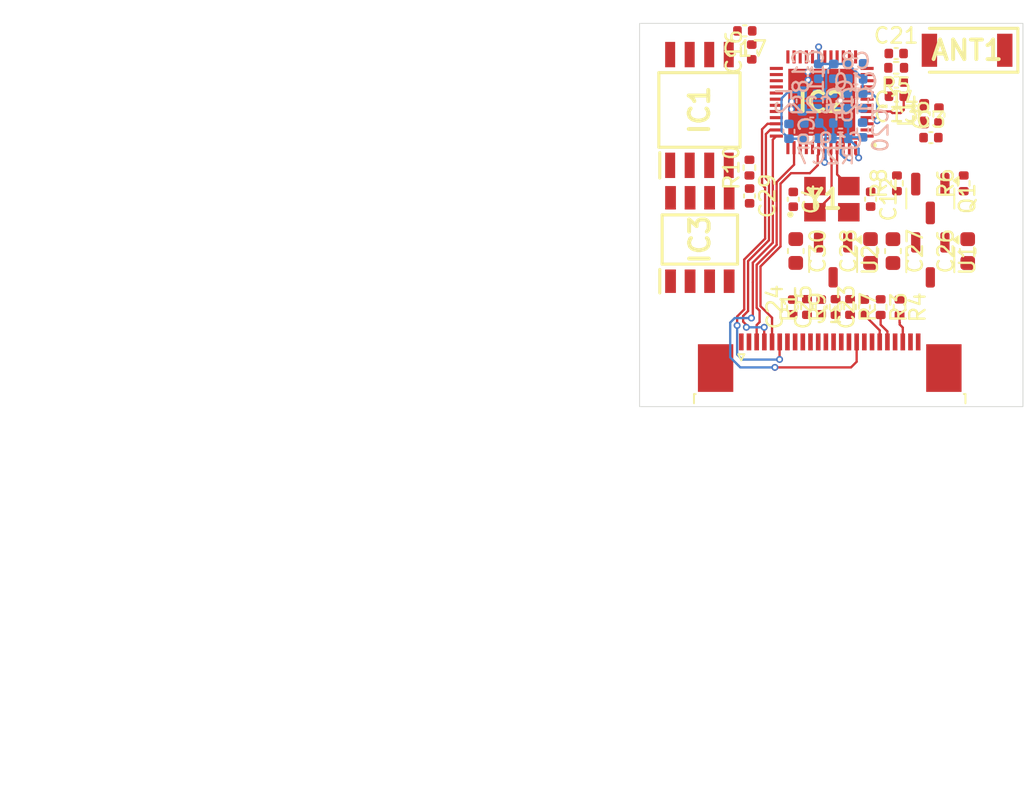
<source format=kicad_pcb>
(kicad_pcb (version 20240108) (generator "pcbnew") (generator_version "8.0")
  (layers (0 "F.Cu" signal) (31 "B.Cu" signal) (34 "B.Paste" user) (35 "F.Paste" user) (36 "B.SilkS" user "B.Silkscreen") (37 "F.SilkS" user "F.Silkscreen") (38 "B.Mask" user) (39 "F.Mask" user) (44 "Edge.Cuts" user))
  (net 0 "")
  (net 1 "/SDIO_D1")
  (net 2 "/IO2")
  (net 3 "/CSI_MCLK")
  (net 4 "/CAP2")
  (net 5 "+3.3V")
  (net 6 "/CSI_D0")
  (net 7 "/CSI_PCLK")
  (net 8 "/SDIO_D3")
  (net 9 "/CSI_D4")
  (net 10 "/IO14")
  (net 11 "/Sensor_CAPP")
  (net 12 "/XTAL_P")
  (net 13 "+3.3VADC")
  (net 14 "/CAM_PWR")
  (net 15 "/CSI_HSYNC")
  (net 16 "/XTAL_N")
  (net 17 "/IO4")
  (net 18 "/CSI_D1")
  (net 19 "/CSI_D3")
  (net 20 "/CSI_D7")
  (net 21 "/CSI_D2")
  (net 22 "/RST")
  (net 23 "/IO12")
  (net 24 "/SDIO_CMD")
  (net 25 "/U0RXD")
  (net 26 "/CSI_D5")
  (net 27 "/U0TXD")
  (net 28 "/SDIO_D0")
  (net 29 "/CSI_D6")
  (net 30 "/IO15")
  (net 31 "/SDIO_D2")
  (net 32 "/IO13")
  (net 33 "GND")
  (net 34 "/LNA_IN")
  (net 35 "VDD_SDIO")
  (net 36 "/Sensor_CAPN")
  (net 37 "/SDIO_CLK")
  (net 38 "/CAP1")
  (net 39 "/CSI_VSYNC")
  (net 40 "CAM_3.3V")
  (net 41 "CSI-1.8V")
  (net 42 "/CAM_RST")
  (net 43 "/PSRAM_CS")
  (net 44 "/TWI_SCL")
  (net 45 "/PSRAM_CLK")
  (net 46 "/LED")
  (net 47 "/TWI_SDA")
  (net 48 "CSI_2.8V")
  (net 49 "Net-(Q1-G)")
  (net 52 "Net-(J1-Pin_17)")
  (net 54 "Net-(ANT1-FEED)")
  (footprint "Package_TO_SOT_SMD:SOT-23-3" (layer "F.Cu") (at 37.49 79.1725 -90)
    (property "Reference" "U2" (at 0 -2.4 90) (layer "F.SilkS"))
    (property "Value" "XC6206P122MR")
    (pad "1" smd roundrect (at -1.1375 -0.95 270) (size 1.325 0.6) (layers "F.Cu" "F.Paste" "F.Mask") (net 33 "GND"))
    (pad "2" smd roundrect (at -1.1375 0.95 270) (size 1.325 0.6) (layers "F.Cu" "F.Paste" "F.Mask") (net 41 "CSI-1.8V"))
    (pad "3" smd roundrect (at 1.1375 0 270) (size 1.325 0.6) (layers "F.Cu" "F.Paste" "F.Mask") (net 40 "CAM_3.3V"))
  )
  (footprint "Capacitor_SMD:C_0402_1005Metric" (layer "F.Cu") (at 32.2 65.66 90)
    (property "Reference" "C16" (at 0 -1.16 90) (layer "F.SilkS"))
    (property "Value" "0.1uF")
    (pad "1" smd roundrect (at -0.48 0 90) (size 0.56 0.62) (layers "F.Cu" "F.Paste" "F.Mask") (net 33 "GND"))
    (pad "2" smd roundrect (at 0.48 0 90) (size 0.56 0.62) (layers "F.Cu" "F.Paste" "F.Mask") (net 35 "VDD_SDIO"))
  )
  (footprint "Connector_FFC-FPC:TE_2-1734839-4_1x24-1MP_P0.5mm_Horizontal" (layer "F.Cu") (at 37.27 85.86)
    (property "Reference" "J1" (at 0 -3.1 0) (layer "F.SilkS"))
    (property "Value" "OV2640")
    (pad "1" smd rect (at -5.75 -1.35) (size 0.3 1.1) (layers "F.Cu" "F.Paste" "F.Mask"))
    (pad "2" smd rect (at -5.25 -1.35) (size 0.3 1.1) (layers "F.Cu" "F.Paste" "F.Mask"))
    (pad "3" smd rect (at -4.75 -1.35) (size 0.3 1.1) (layers "F.Cu" "F.Paste" "F.Mask") (net 21 "/CSI_D2"))
    (pad "4" smd rect (at -4.25 -1.35) (size 0.3 1.1) (layers "F.Cu" "F.Paste" "F.Mask") (net 18 "/CSI_D1"))
    (pad "5" smd rect (at -3.75 -1.35) (size 0.3 1.1) (layers "F.Cu" "F.Paste" "F.Mask") (net 19 "/CSI_D3"))
    (pad "6" smd rect (at -3.25 -1.35) (size 0.3 1.1) (layers "F.Cu" "F.Paste" "F.Mask") (net 6 "/CSI_D0"))
    (pad "7" smd rect (at -2.75 -1.35) (size 0.3 1.1) (layers "F.Cu" "F.Paste" "F.Mask") (net 9 "/CSI_D4"))
    (pad "8" smd rect (at -2.25 -1.35) (size 0.3 1.1) (layers "F.Cu" "F.Paste" "F.Mask") (net 7 "/CSI_PCLK"))
    (pad "9" smd rect (at -1.75 -1.35) (size 0.3 1.1) (layers "F.Cu" "F.Paste" "F.Mask") (net 26 "/CSI_D5"))
    (pad "10" smd rect (at -1.25 -1.35) (size 0.3 1.1) (layers "F.Cu" "F.Paste" "F.Mask") (net 33 "GND"))
    (pad "11" smd rect (at -0.75 -1.35) (size 0.3 1.1) (layers "F.Cu" "F.Paste" "F.Mask") (net 29 "/CSI_D6"))
    (pad "12" smd rect (at -0.25 -1.35) (size 0.3 1.1) (layers "F.Cu" "F.Paste" "F.Mask") (net 3 "/CSI_MCLK"))
    (pad "13" smd rect (at 0.25 -1.35) (size 0.3 1.1) (layers "F.Cu" "F.Paste" "F.Mask") (net 20 "/CSI_D7"))
    (pad "14" smd rect (at 0.75 -1.35) (size 0.3 1.1) (layers "F.Cu" "F.Paste" "F.Mask") (net 5 "+3.3V"))
    (pad "15" smd rect (at 1.25 -1.35) (size 0.3 1.1) (layers "F.Cu" "F.Paste" "F.Mask") (net 41 "CSI-1.8V"))
    (pad "16" smd rect (at 1.75 -1.35) (size 0.3 1.1) (layers "F.Cu" "F.Paste" "F.Mask") (net 15 "/CSI_HSYNC"))
    (pad "17" smd rect (at 2.25 -1.35) (size 0.3 1.1) (layers "F.Cu" "F.Paste" "F.Mask") (net 52 "Net-(J1-Pin_17)"))
    (pad "18" smd rect (at 2.75 -1.35) (size 0.3 1.1) (layers "F.Cu" "F.Paste" "F.Mask") (net 39 "/CSI_VSYNC"))
    (pad "19" smd rect (at 3.25 -1.35) (size 0.3 1.1) (layers "F.Cu" "F.Paste" "F.Mask") (net 42 "/CAM_RST"))
    (pad "20" smd rect (at 3.75 -1.35) (size 0.3 1.1) (layers "F.Cu" "F.Paste" "F.Mask") (net 44 "/TWI_SCL"))
    (pad "21" smd rect (at 4.25 -1.35) (size 0.3 1.1) (layers "F.Cu" "F.Paste" "F.Mask") (net 48 "CSI_2.8V"))
    (pad "22" smd rect (at 4.75 -1.35) (size 0.3 1.1) (layers "F.Cu" "F.Paste" "F.Mask") (net 47 "/TWI_SDA"))
    (pad "23" smd rect (at 5.25 -1.35) (size 0.3 1.1) (layers "F.Cu" "F.Paste" "F.Mask") (net 33 "GND"))
    (pad "24" smd rect (at 5.75 -1.35) (size 0.3 1.1) (layers "F.Cu" "F.Paste" "F.Mask"))
    (pad "MP" smd rect (at -7.42 0.35) (size 2.3 3.1) (layers "F.Cu" "F.Paste" "F.Mask"))
    (pad "MP" smd rect (at 7.42 0.35) (size 2.3 3.1) (layers "F.Cu" "F.Paste" "F.Mask"))
  )
  (footprint "Capacitor_SMD:C_0402_1005Metric" (layer "F.Cu") (at 39.52 82.24 90)
    (property "Reference" "C23" (at 0 -1.16 90) (layer "F.SilkS"))
    (property "Value" "0.1uF")
    (pad "1" smd roundrect (at -0.48 0 90) (size 0.56 0.62) (layers "F.Cu" "F.Paste" "F.Mask") (net 42 "/CAM_RST"))
    (pad "2" smd roundrect (at 0.48 0 90) (size 0.56 0.62) (layers "F.Cu" "F.Paste" "F.Mask") (net 33 "GND"))
  )
  (footprint "Resistor_SMD:R_0402_1005Metric" (layer "F.Cu") (at 40.58 82.25 -90)
    (property "Reference" "R3" (at 0 -1.17 90) (layer "F.SilkS"))
    (property "Value" "4K7")
    (pad "1" smd roundrect (at -0.51 0 270) (size 0.54 0.64) (layers "F.Cu" "F.Paste" "F.Mask") (net 5 "+3.3V"))
    (pad "2" smd roundrect (at 0.51 0 270) (size 0.54 0.64) (layers "F.Cu" "F.Paste" "F.Mask") (net 44 "/TWI_SCL"))
  )
  (footprint "Capacitor_SMD:C_0402_1005Metric" (layer "F.Cu") (at 43.85 71.2275)
    (property "Reference" "C3" (at 0 -1.16 0) (layer "F.SilkS"))
    (property "Value" "3.9pF")
    (pad "1" smd roundrect (at -0.48 0) (size 0.56 0.62) (layers "F.Cu" "F.Paste" "F.Mask") (net 34 "/LNA_IN"))
    (pad "2" smd roundrect (at 0.48 0) (size 0.56 0.62) (layers "F.Cu" "F.Paste" "F.Mask") (net 54 "Net-(ANT1-FEED)"))
  )
  (footprint "SamacSys_Parts:YSX321SL" (layer "F.Cu") (at 37.41 75.23)
    (property "Reference" "Y1" (at -0.5 0 0) (layer "F.SilkS") (effects (font (size 1.27 1.27) (thickness 0.254))))
    (property "Value" "YSX321SL_40Mhz" (hide yes))
    (pad "1" smd rect (at -1.1 0.85 90) (size 1.2 1.4) (layers "F.Cu" "F.Paste" "F.Mask") (net 16 "/XTAL_N"))
    (pad "2" smd rect (at 1.1 0.85 90) (size 1.2 1.4) (layers "F.Cu" "F.Paste" "F.Mask") (net 33 "GND"))
    (pad "3" smd rect (at 1.1 -0.85 90) (size 1.2 1.4) (layers "F.Cu" "F.Paste" "F.Mask") (net 12 "/XTAL_P"))
    (pad "4" smd rect (at -1.1 -0.85 90) (size 1.2 1.4) (layers "F.Cu" "F.Paste" "F.Mask") (net 33 "GND"))
  )
  (footprint "Resistor_SMD:R_0402_1005Metric" (layer "F.Cu") (at 41.64 74.2 90)
    (property "Reference" "R8" (at 0 -1.17 90) (layer "F.SilkS"))
    (property "Value" "10K")
    (pad "1" smd roundrect (at -0.51 0 90) (size 0.54 0.64) (layers "F.Cu" "F.Paste" "F.Mask") (net 49 "Net-(Q1-G)"))
    (pad "2" smd roundrect (at 0.51 0 90) (size 0.54 0.64) (layers "F.Cu" "F.Paste" "F.Mask") (net 5 "+3.3V"))
  )
  (footprint "Inductor_SMD:L_0402_1005Metric_Pad0.77x0.64mm_HandSolder" (layer "F.Cu") (at 43.41 69.67 90)
    (property "Reference" "L1" (at 0 -1.17 90) (layer "F.SilkS"))
    (property "Value" "2.7nH")
    (pad "1" smd roundrect (at -0.5725 0 90) (size 0.765 0.64) (layers "F.Cu" "F.Paste" "F.Mask") (net 34 "/LNA_IN"))
    (pad "2" smd roundrect (at 0.5725 0 90) (size 0.765 0.64) (layers "F.Cu" "F.Paste" "F.Mask") (net 33 "GND"))
  )
  (footprint "Capacitor_SMD:C_0402_1005Metric" (layer "F.Cu") (at 36.72 82.24 90)
    (property "Reference" "C25" (at 0 -1.16 90) (layer "F.SilkS"))
    (property "Value" "0.1uF")
    (pad "1" smd roundrect (at -0.48 0 90) (size 0.56 0.62) (layers "F.Cu" "F.Paste" "F.Mask") (net 5 "+3.3V"))
    (pad "2" smd roundrect (at 0.48 0 90) (size 0.56 0.62) (layers "F.Cu" "F.Paste" "F.Mask") (net 33 "GND"))
  )
  (footprint "Capacitor_SMD:C_0603_1608Metric" (layer "F.Cu") (at 39.92 78.6 90)
    (property "Reference" "C28" (at 0 -1.43 90) (layer "F.SilkS"))
    (property "Value" "1uF")
    (pad "1" smd roundrect (at -0.775 0 90) (size 0.9 0.95) (layers "F.Cu" "F.Paste" "F.Mask") (net 40 "CAM_3.3V"))
    (pad "2" smd roundrect (at 0.775 0 90) (size 0.9 0.95) (layers "F.Cu" "F.Paste" "F.Mask") (net 33 "GND"))
  )
  (footprint "Resistor_SMD:R_0402_1005Metric" (layer "F.Cu") (at 38.59 82.24 -90)
    (property "Reference" "R7" (at 0 -1.17 90) (layer "F.SilkS"))
    (property "Value" "4K7")
    (pad "1" smd roundrect (at -0.51 0 270) (size 0.54 0.64) (layers "F.Cu" "F.Paste" "F.Mask") (net 5 "+3.3V"))
    (pad "2" smd roundrect (at 0.51 0 270) (size 0.54 0.64) (layers "F.Cu" "F.Paste" "F.Mask") (net 42 "/CAM_RST"))
  )
  (footprint "Resistor_SMD:R_0402_1005Metric" (layer "F.Cu") (at 41.81 82.26 -90)
    (property "Reference" "R4" (at 0 -1.17 90) (layer "F.SilkS"))
    (property "Value" "4K7")
    (pad "1" smd roundrect (at -0.51 0 270) (size 0.54 0.64) (layers "F.Cu" "F.Paste" "F.Mask") (net 5 "+3.3V"))
    (pad "2" smd roundrect (at 0.51 0 270) (size 0.54 0.64) (layers "F.Cu" "F.Paste" "F.Mask") (net 47 "/TWI_SDA"))
  )
  (footprint "Capacitor_SMD:C_0603_1608Metric" (layer "F.Cu") (at 46.24 78.605 90)
    (property "Reference" "C26" (at 0 -1.43 90) (layer "F.SilkS"))
    (property "Value" "1uF")
    (pad "1" smd roundrect (at -0.775 0 90) (size 0.9 0.95) (layers "F.Cu" "F.Paste" "F.Mask") (net 40 "CAM_3.3V"))
    (pad "2" smd roundrect (at 0.775 0 90) (size 0.9 0.95) (layers "F.Cu" "F.Paste" "F.Mask") (net 33 "GND"))
  )
  (footprint "Resistor_SMD:R_0402_1005Metric" (layer "F.Cu") (at 35.79 82.24 90)
    (property "Reference" "R1" (at 0 -1.17 90) (layer "F.SilkS"))
    (property "Value" "10K")
    (pad "1" smd roundrect (at -0.51 0 90) (size 0.54 0.64) (layers "F.Cu" "F.Paste" "F.Mask") (net 3 "/CSI_MCLK"))
    (pad "2" smd roundrect (at 0.51 0 90) (size 0.54 0.64) (layers "F.Cu" "F.Paste" "F.Mask") (net 5 "+3.3V"))
  )
  (footprint "Capacitor_SMD:C_0603_1608Metric" (layer "F.Cu") (at 35.06 78.6 -90)
    (property "Reference" "C30" (at 0 -1.43 90) (layer "F.SilkS"))
    (property "Value" "1uF")
    (pad "1" smd roundrect (at -0.775 0 270) (size 0.9 0.95) (layers "F.Cu" "F.Paste" "F.Mask") (net 41 "CSI-1.8V"))
    (pad "2" smd roundrect (at 0.775 0 270) (size 0.9 0.95) (layers "F.Cu" "F.Paste" "F.Mask") (net 33 "GND"))
  )
  (footprint "Capacitor_SMD:C_0402_1005Metric" (layer "F.Cu") (at 44.37 69.76 90)
    (property "Reference" "C6" (at 0 -1.16 90) (layer "F.SilkS"))
    (property "Value" "2.4pF")
    (pad "1" smd roundrect (at -0.48 0 90) (size 0.56 0.62) (layers "F.Cu" "F.Paste" "F.Mask") (net 54 "Net-(ANT1-FEED)"))
    (pad "2" smd roundrect (at 0.48 0 90) (size 0.56 0.62) (layers "F.Cu" "F.Paste" "F.Mask") (net 33 "GND"))
  )
  (footprint "SamacSys_Parts:SOIC127P600X175-8N" (layer "F.Cu") (at 28.825 77.852 90)
    (property "Reference" "IC3" (at 0 0 90) (layer "F.SilkS") (effects (font (size 1.27 1.27) (thickness 0.254))))
    (property "Value" "IPS6404L-SQ-SPN" (hide yes))
    (pad "1" smd rect (at -2.712 -1.905 180) (size 0.7 1.525) (layers "F.Cu" "F.Paste" "F.Mask") (net 45 "/PSRAM_CLK"))
    (pad "2" smd rect (at -2.712 -0.635 180) (size 0.7 1.525) (layers "F.Cu" "F.Paste" "F.Mask") (net 28 "/SDIO_D0"))
    (pad "3" smd rect (at -2.712 0.635 180) (size 0.7 1.525) (layers "F.Cu" "F.Paste" "F.Mask") (net 8 "/SDIO_D3"))
    (pad "4" smd rect (at -2.712 1.905 180) (size 0.7 1.525) (layers "F.Cu" "F.Paste" "F.Mask") (net 33 "GND"))
    (pad "5" smd rect (at 2.712 1.905 180) (size 0.7 1.525) (layers "F.Cu" "F.Paste" "F.Mask") (net 1 "/SDIO_D1"))
    (pad "6" smd rect (at 2.712 0.635 180) (size 0.7 1.525) (layers "F.Cu" "F.Paste" "F.Mask") (net 45 "/PSRAM_CLK"))
    (pad "7" smd rect (at 2.712 -0.635 180) (size 0.7 1.525) (layers "F.Cu" "F.Paste" "F.Mask") (net 31 "/SDIO_D2"))
    (pad "8" smd rect (at 2.712 -1.905 180) (size 0.7 1.525) (layers "F.Cu" "F.Paste" "F.Mask") (net 5 "+3.3V"))
  )
  (footprint "Resistor_SMD:R_0402_1005Metric" (layer "F.Cu") (at 41.59 66.69 180)
    (property "Reference" "R5" (at 0 -1.17 0) (layer "F.SilkS"))
    (property "Value" "10K")
    (pad "1" smd roundrect (at -0.51 0 180) (size 0.54 0.64) (layers "F.Cu" "F.Paste" "F.Mask") (net 5 "+3.3V"))
    (pad "2" smd roundrect (at 0.51 0 180) (size 0.54 0.64) (layers "F.Cu" "F.Paste" "F.Mask") (net 22 "/RST"))
  )
  (footprint "Resistor_SMD:R_0402_1005Metric" (layer "F.Cu") (at 32.05 73.18 90)
    (property "Reference" "R10" (at 0 -1.17 90) (layer "F.SilkS"))
    (property "Value" "10K")
    (pad "1" smd roundrect (at -0.51 0 90) (size 0.54 0.64) (layers "F.Cu" "F.Paste" "F.Mask") (net 5 "+3.3V"))
    (pad "2" smd roundrect (at 0.51 0 90) (size 0.54 0.64) (layers "F.Cu" "F.Paste" "F.Mask") (net 45 "/PSRAM_CLK"))
  )
  (footprint "Capacitor_SMD:C_0402_1005Metric" (layer "F.Cu") (at 32.06 75.02 -90)
    (property "Reference" "C29" (at 0 -1.16 90) (layer "F.SilkS"))
    (property "Value" "0.1uF")
    (pad "1" smd roundrect (at -0.48 0 270) (size 0.56 0.62) (layers "F.Cu" "F.Paste" "F.Mask") (net 5 "+3.3V"))
    (pad "2" smd roundrect (at 0.48 0 270) (size 0.56 0.62) (layers "F.Cu" "F.Paste" "F.Mask") (net 33 "GND"))
  )
  (footprint "Package_TO_SOT_SMD:SOT-23" (layer "F.Cu") (at 43.81 75.1875 -90)
    (property "Reference" "Q1" (at 0 -2.4 90) (layer "F.SilkS"))
    (property "Value" "AO3401A")
    (pad "1" smd roundrect (at -0.9375 -0.95 270) (size 1.475 0.6) (layers "F.Cu" "F.Paste" "F.Mask") (net 49 "Net-(Q1-G)"))
    (pad "2" smd roundrect (at -0.9375 0.95 270) (size 1.475 0.6) (layers "F.Cu" "F.Paste" "F.Mask") (net 5 "+3.3V"))
    (pad "3" smd roundrect (at 0.9375 0 270) (size 1.475 0.6) (layers "F.Cu" "F.Paste" "F.Mask") (net 40 "CAM_3.3V"))
  )
  (footprint "Capacitor_SMD:C_0402_1005Metric" (layer "F.Cu") (at 41.6 67.62 180)
    (property "Reference" "C14" (at 0 -1.16 0) (layer "F.SilkS"))
    (property "Value" "270pF")
    (pad "1" smd roundrect (at -0.48 0 180) (size 0.56 0.62) (layers "F.Cu" "F.Paste" "F.Mask") (net 36 "/Sensor_CAPN"))
    (pad "2" smd roundrect (at 0.48 0 180) (size 0.56 0.62) (layers "F.Cu" "F.Paste" "F.Mask") (net 26 "/CSI_D5"))
  )
  (footprint "Package_TO_SOT_SMD:SOT-23-3" (layer "F.Cu") (at 43.81 79.1775 -90)
    (property "Reference" "U1" (at 0 -2.4 90) (layer "F.SilkS"))
    (property "Value" "XC6206P282MR")
    (pad "1" smd roundrect (at -1.1375 -0.95 270) (size 1.325 0.6) (layers "F.Cu" "F.Paste" "F.Mask") (net 33 "GND"))
    (pad "2" smd roundrect (at -1.1375 0.95 270) (size 1.325 0.6) (layers "F.Cu" "F.Paste" "F.Mask") (net 41 "CSI-1.8V"))
    (pad "3" smd roundrect (at 1.1375 0 270) (size 1.325 0.6) (layers "F.Cu" "F.Paste" "F.Mask") (net 40 "CAM_3.3V"))
  )
  (footprint "Capacitor_SMD:C_0402_1005Metric" (layer "F.Cu") (at 39.93 75.23 -90)
    (property "Reference" "C12" (at 0 -1.16 90) (layer "F.SilkS"))
    (property "Value" "12pF")
    (pad "1" smd roundrect (at -0.48 0 270) (size 0.56 0.62) (layers "F.Cu" "F.Paste" "F.Mask") (net 12 "/XTAL_P"))
    (pad "2" smd roundrect (at 0.48 0 270) (size 0.56 0.62) (layers "F.Cu" "F.Paste" "F.Mask") (net 33 "GND"))
  )
  (footprint "Capacitor_SMD:C_0402_1005Metric" (layer "F.Cu") (at 41.6 68.54 180)
    (property "Reference" "C13" (at 0 -1.16 0) (layer "F.SilkS"))
    (property "Value" "270pF")
    (pad "1" smd roundrect (at -0.48 0 180) (size 0.56 0.62) (layers "F.Cu" "F.Paste" "F.Mask") (net 9 "/CSI_D4"))
    (pad "2" smd roundrect (at 0.48 0 180) (size 0.56 0.62) (layers "F.Cu" "F.Paste" "F.Mask") (net 11 "/Sensor_CAPP"))
  )
  (footprint "SamacSys_Parts:QFN40P600X600X90-49N-D" (layer "F.Cu") (at 36.75 68.93 180)
    (property "Reference" "IC2" (at 0 0 0) (layer "F.SilkS") (effects (font (size 1.27 1.27) (thickness 0.254))))
    (property "Value" "ESP32-D0WD" (hide yes))
    (pad "1" smd rect (at -2.95 -2.2 270) (size 0.2 0.85) (layers "F.Cu" "F.Paste" "F.Mask") (net 13 "+3.3VADC"))
    (pad "2" smd rect (at -2.95 -1.8 270) (size 0.2 0.85) (layers "F.Cu" "F.Paste" "F.Mask") (net 34 "/LNA_IN"))
    (pad "3" smd rect (at -2.95 -1.4 270) (size 0.2 0.85) (layers "F.Cu" "F.Paste" "F.Mask") (net 5 "+3.3V"))
    (pad "4" smd rect (at -2.95 -1 270) (size 0.2 0.85) (layers "F.Cu" "F.Paste" "F.Mask") (net 5 "+3.3V"))
    (pad "5" smd rect (at -2.95 -0.6 270) (size 0.2 0.85) (layers "F.Cu" "F.Paste" "F.Mask") (net 9 "/CSI_D4"))
    (pad "6" smd rect (at -2.95 -0.2 270) (size 0.2 0.85) (layers "F.Cu" "F.Paste" "F.Mask") (net 11 "/Sensor_CAPP"))
    (pad "7" smd rect (at -2.95 0.2 270) (size 0.2 0.85) (layers "F.Cu" "F.Paste" "F.Mask") (net 36 "/Sensor_CAPN"))
    (pad "8" smd rect (at -2.95 0.6 270) (size 0.2 0.85) (layers "F.Cu" "F.Paste" "F.Mask") (net 26 "/CSI_D5"))
    (pad "9" smd rect (at -2.95 1 270) (size 0.2 0.85) (layers "F.Cu" "F.Paste" "F.Mask") (net 22 "/RST"))
    (pad "10" smd rect (at -2.95 1.4 270) (size 0.2 0.85) (layers "F.Cu" "F.Paste" "F.Mask") (net 29 "/CSI_D6"))
    (pad "11" smd rect (at -2.95 1.8 270) (size 0.2 0.85) (layers "F.Cu" "F.Paste" "F.Mask") (net 20 "/CSI_D7"))
    (pad "12" smd rect (at -2.95 2.2 270) (size 0.2 0.85) (layers "F.Cu" "F.Paste" "F.Mask") (net 14 "/CAM_PWR"))
    (pad "13" smd rect (at -2.2 2.95 180) (size 0.2 0.85) (layers "F.Cu" "F.Paste" "F.Mask") (net 46 "/LED"))
    (pad "14" smd rect (at -1.8 2.95 180) (size 0.2 0.85) (layers "F.Cu" "F.Paste" "F.Mask") (net 39 "/CSI_VSYNC"))
    (pad "15" smd rect (at -1.4 2.95 180) (size 0.2 0.85) (layers "F.Cu" "F.Paste" "F.Mask") (net 47 "/TWI_SDA"))
    (pad "16" smd rect (at -1 2.95 180) (size 0.2 0.85) (layers "F.Cu" "F.Paste" "F.Mask") (net 44 "/TWI_SCL"))
    (pad "17" smd rect (at -0.6 2.95 180) (size 0.2 0.85) (layers "F.Cu" "F.Paste" "F.Mask") (net 10 "/IO14"))
    (pad "18" smd rect (at -0.2 2.95 180) (size 0.2 0.85) (layers "F.Cu" "F.Paste" "F.Mask") (net 23 "/IO12"))
    (pad "19" smd rect (at 0.2 2.95 180) (size 0.2 0.85) (layers "F.Cu" "F.Paste" "F.Mask") (net 5 "+3.3V"))
    (pad "20" smd rect (at 0.6 2.95 180) (size 0.2 0.85) (layers "F.Cu" "F.Paste" "F.Mask") (net 32 "/IO13"))
    (pad "21" smd rect (at 1 2.95 180) (size 0.2 0.85) (layers "F.Cu" "F.Paste" "F.Mask") (net 30 "/IO15"))
    (pad "22" smd rect (at 1.4 2.95 180) (size 0.2 0.85) (layers "F.Cu" "F.Paste" "F.Mask") (net 2 "/IO2"))
    (pad "23" smd rect (at 1.8 2.95 180) (size 0.2 0.85) (layers "F.Cu" "F.Paste" "F.Mask") (net 3 "/CSI_MCLK"))
    (pad "24" smd rect (at 2.2 2.95 180) (size 0.2 0.85) (layers "F.Cu" "F.Paste" "F.Mask") (net 17 "/IO4"))
    (pad "25" smd rect (at 2.95 2.2 270) (size 0.2 0.85) (layers "F.Cu" "F.Paste" "F.Mask") (net 43 "/PSRAM_CS"))
    (pad "26" smd rect (at 2.95 1.8 270) (size 0.2 0.85) (layers "F.Cu" "F.Paste" "F.Mask") (net 35 "VDD_SDIO"))
    (pad "27" smd rect (at 2.95 1.4 270) (size 0.2 0.85) (layers "F.Cu" "F.Paste" "F.Mask") (net 45 "/PSRAM_CLK"))
    (pad "28" smd rect (at 2.95 1 270) (size 0.2 0.85) (layers "F.Cu" "F.Paste" "F.Mask") (net 31 "/SDIO_D2"))
    (pad "29" smd rect (at 2.95 0.6 270) (size 0.2 0.85) (layers "F.Cu" "F.Paste" "F.Mask") (net 8 "/SDIO_D3"))
    (pad "30" smd rect (at 2.95 0.2 270) (size 0.2 0.85) (layers "F.Cu" "F.Paste" "F.Mask") (net 24 "/SDIO_CMD"))
    (pad "31" smd rect (at 2.95 -0.2 270) (size 0.2 0.85) (layers "F.Cu" "F.Paste" "F.Mask") (net 37 "/SDIO_CLK"))
    (pad "32" smd rect (at 2.95 -0.6 270) (size 0.2 0.85) (layers "F.Cu" "F.Paste" "F.Mask") (net 28 "/SDIO_D0"))
    (pad "33" smd rect (at 2.95 -1 270) (size 0.2 0.85) (layers "F.Cu" "F.Paste" "F.Mask") (net 1 "/SDIO_D1"))
    (pad "34" smd rect (at 2.95 -1.4 270) (size 0.2 0.85) (layers "F.Cu" "F.Paste" "F.Mask") (net 6 "/CSI_D0"))
    (pad "35" smd rect (at 2.95 -1.8 270) (size 0.2 0.85) (layers "F.Cu" "F.Paste" "F.Mask") (net 18 "/CSI_D1"))
    (pad "36" smd rect (at 2.95 -2.2 270) (size 0.2 0.85) (layers "F.Cu" "F.Paste" "F.Mask") (net 15 "/CSI_HSYNC"))
    (pad "37" smd rect (at 2.2 -2.95 180) (size 0.2 0.85) (layers "F.Cu" "F.Paste" "F.Mask") (net 5 "+3.3V"))
    (pad "38" smd rect (at 1.8 -2.95 180) (size 0.2 0.85) (layers "F.Cu" "F.Paste" "F.Mask") (net 21 "/CSI_D2"))
    (pad "39" smd rect (at 1.4 -2.95 180) (size 0.2 0.85) (layers "F.Cu" "F.Paste" "F.Mask") (net 7 "/CSI_PCLK"))
    (pad "40" smd rect (at 1 -2.95 180) (size 0.2 0.85) (layers "F.Cu" "F.Paste" "F.Mask") (net 25 "/U0RXD"))
    (pad "41" smd rect (at 0.6 -2.95 180) (size 0.2 0.85) (layers "F.Cu" "F.Paste" "F.Mask") (net 27 "/U0TXD"))
    (pad "42" smd rect (at 0.2 -2.95 180) (size 0.2 0.85) (layers "F.Cu" "F.Paste" "F.Mask") (net 19 "/CSI_D3"))
    (pad "43" smd rect (at -0.2 -2.95 180) (size 0.2 0.85) (layers "F.Cu" "F.Paste" "F.Mask") (net 13 "+3.3VADC"))
    (pad "44" smd rect (at -0.6 -2.95 180) (size 0.2 0.85) (layers "F.Cu" "F.Paste" "F.Mask") (net 16 "/XTAL_N"))
    (pad "45" smd rect (at -1 -2.95 180) (size 0.2 0.85) (layers "F.Cu" "F.Paste" "F.Mask") (net 12 "/XTAL_P"))
    (pad "46" smd rect (at -1.4 -2.95 180) (size 0.2 0.85) (layers "F.Cu" "F.Paste" "F.Mask") (net 13 "+3.3VADC"))
    (pad "47" smd rect (at -1.8 -2.95 180) (size 0.2 0.85) (layers "F.Cu" "F.Paste" "F.Mask") (net 4 "/CAP2"))
    (pad "48" smd rect (at -2.2 -2.95 180) (size 0.2 0.85) (layers "F.Cu" "F.Paste" "F.Mask") (net 38 "/CAP1"))
    (pad "49" smd rect (at 0 0 180) (size 4.35 4.35) (layers "F.Cu" "F.Paste" "F.Mask") (net 33 "GND"))
  )
  (footprint "Capacitor_SMD:C_0402_1005Metric" (layer "F.Cu") (at 34.9 75.24 -90)
    (property "Reference" "C4" (at 0 -1.16 90) (layer "F.SilkS"))
    (property "Value" "12pF")
    (pad "1" smd roundrect (at -0.48 0 270) (size 0.56 0.62) (layers "F.Cu" "F.Paste" "F.Mask") (net 33 "GND"))
    (pad "2" smd roundrect (at 0.48 0 270) (size 0.56 0.62) (layers "F.Cu" "F.Paste" "F.Mask") (net 16 "/XTAL_N"))
  )
  (footprint "SamacSys_Parts:ANTC5020X127N" (layer "F.Cu") (at 46.2 65.55 180)
    (property "Reference" "ANT1" (at 0 0 0) (layer "F.SilkS") (effects (font (size 1.27 1.27) (thickness 0.254))))
    (property "Value" "AN2051-245" (hide yes))
    (pad "1" smd rect (at -2.45 0 180) (size 1 2.15) (layers "F.Cu" "F.Paste" "F.Mask") (net 54 "Net-(ANT1-FEED)"))
    (pad "2" smd rect (at 2.45 0 180) (size 1 2.15) (layers "F.Cu" "F.Paste" "F.Mask") (net 33 "GND"))
  )
  (footprint "Resistor_SMD:R_0402_1005Metric" (layer "F.Cu") (at 45.98 74.2 90)
    (property "Reference" "R6" (at 0 -1.17 90) (layer "F.SilkS"))
    (property "Value" "1K")
    (pad "1" smd roundrect (at -0.51 0 90) (size 0.54 0.64) (layers "F.Cu" "F.Paste" "F.Mask") (net 14 "/CAM_PWR"))
    (pad "2" smd roundrect (at 0.51 0 90) (size 0.54 0.64) (layers "F.Cu" "F.Paste" "F.Mask") (net 49 "Net-(Q1-G)"))
  )
  (footprint "Resistor_SMD:R_0402_1005Metric" (layer "F.Cu") (at 37.65 82.24 90)
    (property "Reference" "R9" (at 0 -1.17 90) (layer "F.SilkS"))
    (property "Value" "1K")
    (pad "1" smd roundrect (at -0.51 0 90) (size 0.54 0.64) (layers "F.Cu" "F.Paste" "F.Mask") (net 52 "Net-(J1-Pin_17)"))
    (pad "2" smd roundrect (at 0.51 0 90) (size 0.54 0.64) (layers "F.Cu" "F.Paste" "F.Mask") (net 33 "GND"))
  )
  (footprint "Capacitor_SMD:C_0603_1608Metric" (layer "F.Cu") (at 41.38 78.605 -90)
    (property "Reference" "C27" (at 0 -1.43 90) (layer "F.SilkS"))
    (property "Value" "1uF")
    (pad "1" smd roundrect (at -0.775 0 270) (size 0.9 0.95) (layers "F.Cu" "F.Paste" "F.Mask") (net 41 "CSI-1.8V"))
    (pad "2" smd roundrect (at 0.775 0 270) (size 0.9 0.95) (layers "F.Cu" "F.Paste" "F.Mask") (net 33 "GND"))
  )
  (footprint "SamacSys_Parts:SOIC127P790X216-8N" (layer "F.Cu") (at 28.8 69.43 90)
    (property "Reference" "IC1" (at 0 0 90) (layer "F.SilkS") (effects (font (size 1.27 1.27) (thickness 0.254))))
    (property "Value" "W25Q32JVSSIQ" (hide yes))
    (pad "1" smd rect (at -3.6 -1.905 180) (size 0.65 1.65) (layers "F.Cu" "F.Paste" "F.Mask") (net 24 "/SDIO_CMD"))
    (pad "2" smd rect (at -3.6 -0.635 180) (size 0.65 1.65) (layers "F.Cu" "F.Paste" "F.Mask") (net 28 "/SDIO_D0"))
    (pad "3" smd rect (at -3.6 0.635 180) (size 0.65 1.65) (layers "F.Cu" "F.Paste" "F.Mask") (net 8 "/SDIO_D3"))
    (pad "4" smd rect (at -3.6 1.905 180) (size 0.65 1.65) (layers "F.Cu" "F.Paste" "F.Mask") (net 33 "GND"))
    (pad "5" smd rect (at 3.6 1.905 180) (size 0.65 1.65) (layers "F.Cu" "F.Paste" "F.Mask") (net 1 "/SDIO_D1"))
    (pad "6" smd rect (at 3.6 0.635 180) (size 0.65 1.65) (layers "F.Cu" "F.Paste" "F.Mask") (net 37 "/SDIO_CLK"))
    (pad "7" smd rect (at 3.6 -0.635 180) (size 0.65 1.65) (layers "F.Cu" "F.Paste" "F.Mask") (net 31 "/SDIO_D2"))
    (pad "8" smd rect (at 3.6 -1.905 180) (size 0.65 1.65) (layers "F.Cu" "F.Paste" "F.Mask") (net 35 "VDD_SDIO"))
  )
  (footprint "Capacitor_SMD:C_0402_1005Metric" (layer "F.Cu") (at 34.86 82.24 90)
    (property "Reference" "C24" (at 0 -1.16 90) (layer "F.SilkS"))
    (property "Value" "15pF")
    (pad "1" smd roundrect (at -0.48 0 90) (size 0.56 0.62) (layers "F.Cu" "F.Paste" "F.Mask") (net 7 "/CSI_PCLK"))
    (pad "2" smd roundrect (at 0.48 0 90) (size 0.56 0.62) (layers "F.Cu" "F.Paste" "F.Mask") (net 33 "GND"))
  )
  (footprint "Capacitor_SMD:C_0402_1005Metric" (layer "F.Cu") (at 41.59 65.76)
    (property "Reference" "C21" (at 0 -1.16 0) (layer "F.SilkS"))
    (property "Value" "0.1uF")
    (pad "1" smd roundrect (at -0.48 0) (size 0.56 0.62) (layers "F.Cu" "F.Paste" "F.Mask") (net 22 "/RST"))
    (pad "2" smd roundrect (at 0.48 0) (size 0.56 0.62) (layers "F.Cu" "F.Paste" "F.Mask") (net 33 "GND"))
  )
  (footprint "Capacitor_SMD:C_0402_1005Metric" (layer "F.Cu") (at 31.75 64.29 180)
    (property "Reference" "C17" (at 0 -1.16 0) (layer "F.SilkS"))
    (property "Value" "1uF")
    (pad "1" smd roundrect (at -0.48 0 180) (size 0.56 0.62) (layers "F.Cu" "F.Paste" "F.Mask") (net 35 "VDD_SDIO"))
    (pad "2" smd roundrect (at 0.48 0 180) (size 0.56 0.62) (layers "F.Cu" "F.Paste" "F.Mask") (net 33 "GND"))
  )
  (footprint "Capacitor_SMD:C_0402_1005Metric" (layer "B.Cu") (at 39.41 68.84 -90)
    (property "Reference" "C15" (at 0 1.16 90) (layer "B.SilkS") (effects (justify mirror)))
    (property "Value" "1uF")
    (pad "1" smd roundrect (at -0.48 0 270) (size 0.56 0.62) (layers "B.Cu" "B.Paste" "B.Mask") (net 5 "+3.3V"))
    (pad "2" smd roundrect (at 0.48 0 270) (size 0.56 0.62) (layers "B.Cu" "B.Paste" "B.Mask") (net 33 "GND"))
  )
  (footprint "Capacitor_SMD:C_0402_1005Metric" (layer "B.Cu") (at 36.1 70.28 180)
    (property "Reference" "C22" (at 0 1.16 360) (layer "B.SilkS") (effects (justify mirror)))
    (property "Value" "0.1uF")
    (pad "1" smd roundrect (at -0.48 0 180) (size 0.56 0.62) (layers "B.Cu" "B.Paste" "B.Mask") (net 13 "+3.3VADC"))
    (pad "2" smd roundrect (at 0.48 0 180) (size 0.56 0.62) (layers "B.Cu" "B.Paste" "B.Mask") (net 33 "GND"))
  )
  (footprint "Capacitor_SMD:C_0402_1005Metric" (layer "B.Cu") (at 36.55 66.92 -90)
    (property "Reference" "C18" (at 0 1.16 90) (layer "B.SilkS") (effects (justify mirror)))
    (property "Value" "0.1uF")
    (pad "1" smd roundrect (at -0.48 0 270) (size 0.56 0.62) (layers "B.Cu" "B.Paste" "B.Mask") (net 5 "+3.3V"))
    (pad "2" smd roundrect (at 0.48 0 270) (size 0.56 0.62) (layers "B.Cu" "B.Paste" "B.Mask") (net 33 "GND"))
  )
  (footprint "Capacitor_SMD:C_0402_1005Metric" (layer "B.Cu") (at 36.06 71.27)
    (property "Reference" "C7" (at 0 1.16 360) (layer "B.SilkS") (effects (justify mirror)))
    (property "Value" "0.1uF")
    (pad "1" smd roundrect (at -0.48 0) (size 0.56 0.62) (layers "B.Cu" "B.Paste" "B.Mask") (net 5 "+3.3V"))
    (pad "2" smd roundrect (at 0.48 0) (size 0.56 0.62) (layers "B.Cu" "B.Paste" "B.Mask") (net 33 "GND"))
  )
  (footprint "Capacitor_SMD:C_0402_1005Metric" (layer "B.Cu") (at 34.62 70.82 90)
    (property "Reference" "C9" (at 0 1.16 90) (layer "B.SilkS") (effects (justify mirror)))
    (property "Value" "0.1uF")
    (pad "1" smd roundrect (at -0.48 0 90) (size 0.56 0.62) (layers "B.Cu" "B.Paste" "B.Mask") (net 5 "+3.3V"))
    (pad "2" smd roundrect (at 0.48 0 90) (size 0.56 0.62) (layers "B.Cu" "B.Paste" "B.Mask") (net 33 "GND"))
  )
  (footprint "Inductor_SMD:L_0402_1005Metric_Pad0.77x0.64mm_HandSolder" (layer "B.Cu") (at 35.48 68.85 -90)
    (property "Reference" "L2" (at 0 1.17 90) (layer "B.SilkS") (effects (justify mirror)))
    (property "Value" "0R")
    (pad "1" smd roundrect (at -0.5725 0 270) (size 0.765 0.64) (layers "B.Cu" "B.Paste" "B.Mask") (net 5 "+3.3V"))
    (pad "2" smd roundrect (at 0.5725 0 270) (size 0.765 0.64) (layers "B.Cu" "B.Paste" "B.Mask") (net 13 "+3.3VADC"))
  )
  (footprint "Capacitor_SMD:C_0402_1005Metric" (layer "B.Cu") (at 37.53 66.92 -90)
    (property "Reference" "C11" (at 0 1.16 90) (layer "B.SilkS") (effects (justify mirror)))
    (property "Value" "10uF")
    (pad "1" smd roundrect (at -0.48 0 270) (size 0.56 0.62) (layers "B.Cu" "B.Paste" "B.Mask") (net 5 "+3.3V"))
    (pad "2" smd roundrect (at 0.48 0 270) (size 0.56 0.62) (layers "B.Cu" "B.Paste" "B.Mask") (net 33 "GND"))
  )
  (footprint "Capacitor_SMD:C_0402_1005Metric" (layer "B.Cu") (at 38.43 68.84 90)
    (property "Reference" "C1" (at 0 1.16 90) (layer "B.SilkS") (effects (justify mirror)))
    (property "Value" "100pF")
    (pad "1" smd roundrect (at -0.48 0 90) (size 0.56 0.62) (layers "B.Cu" "B.Paste" "B.Mask") (net 13 "+3.3VADC"))
    (pad "2" smd roundrect (at 0.48 0 90) (size 0.56 0.62) (layers "B.Cu" "B.Paste" "B.Mask") (net 33 "GND"))
  )
  (footprint "Capacitor_SMD:C_0402_1005Metric" (layer "B.Cu") (at 39.41 70.73 90)
    (property "Reference" "C20" (at 0 1.16 90) (layer "B.SilkS") (effects (justify mirror)))
    (property "Value" "10nF")
    (pad "1" smd roundrect (at -0.48 0 90) (size 0.56 0.62) (layers "B.Cu" "B.Paste" "B.Mask") (net 38 "/CAP1"))
    (pad "2" smd roundrect (at 0.48 0 90) (size 0.56 0.62) (layers "B.Cu" "B.Paste" "B.Mask") (net 33 "GND"))
  )
  (footprint "Capacitor_SMD:C_0402_1005Metric" (layer "B.Cu") (at 38.96 67.41 180)
    (property "Reference" "C8" (at 0 1.16 0) (layer "B.SilkS") (effects (justify mirror)))
    (property "Value" "0.1uF")
    (pad "1" smd roundrect (at -0.48 0 180) (size 0.56 0.62) (layers "B.Cu" "B.Paste" "B.Mask") (net 5 "+3.3V"))
    (pad "2" smd roundrect (at 0.48 0 180) (size 0.56 0.62) (layers "B.Cu" "B.Paste" "B.Mask") (net 33 "GND"))
  )
  (footprint "Resistor_SMD:R_0402_1005Metric" (layer "B.Cu") (at 37.96 71.27)
    (property "Reference" "R2" (at 0 1.17 0) (layer "B.SilkS") (effects (justify mirror)))
    (property "Value" "20K")
    (pad "1" smd roundrect (at -0.51 0) (size 0.54 0.64) (layers "B.Cu" "B.Paste" "B.Mask") (net 4 "/CAP2"))
    (pad "2" smd roundrect (at 0.51 0) (size 0.54 0.64) (layers "B.Cu" "B.Paste" "B.Mask") (net 38 "/CAP1"))
  )
  (footprint "Capacitor_SMD:C_0402_1005Metric" (layer "B.Cu") (at 38.96 66.43)
    (property "Reference" "C10" (at 0 1.16 0) (layer "B.SilkS") (effects (justify mirror)))
    (property "Value" "10uF")
    (pad "1" smd roundrect (at -0.48 0) (size 0.56 0.62) (layers "B.Cu" "B.Paste" "B.Mask") (net 5 "+3.3V"))
    (pad "2" smd roundrect (at 0.48 0) (size 0.56 0.62) (layers "B.Cu" "B.Paste" "B.Mask") (net 33 "GND"))
  )
  (footprint "Capacitor_SMD:C_0402_1005Metric" (layer "B.Cu") (at 36.47 68.85 90)
    (property "Reference" "C5" (at 0 1.16 90) (layer "B.SilkS") (effects (justify mirror)))
    (property "Value" "1uF")
    (pad "1" smd roundrect (at -0.48 0 90) (size 0.56 0.62) (layers "B.Cu" "B.Paste" "B.Mask") (net 13 "+3.3VADC"))
    (pad "2" smd roundrect (at 0.48 0 90) (size 0.56 0.62) (layers "B.Cu" "B.Paste" "B.Mask") (net 33 "GND"))
  )
  (footprint "Capacitor_SMD:C_0402_1005Metric" (layer "B.Cu") (at 37.98 70.28)
    (property "Reference" "C19" (at 0 1.16 0) (layer "B.SilkS") (effects (justify mirror)))
    (property "Value" "3nF")
    (pad "1" smd roundrect (at -0.48 0) (size 0.56 0.62) (layers "B.Cu" "B.Paste" "B.Mask") (net 4 "/CAP2"))
    (pad "2" smd roundrect (at 0.48 0) (size 0.56 0.62) (layers "B.Cu" "B.Paste" "B.Mask") (net 38 "/CAP1"))
  )
  (footprint "Capacitor_SMD:C_0402_1005Metric" (layer "B.Cu") (at 37.45 68.85 90)
    (property "Reference" "C2" (at 0 1.16 90) (layer "B.SilkS") (effects (justify mirror)))
    (property "Value" "0.1uF")
    (pad "1" smd roundrect (at -0.48 0 90) (size 0.56 0.62) (layers "B.Cu" "B.Paste" "B.Mask") (net 13 "+3.3VADC"))
    (pad "2" smd roundrect (at 0.48 0 90) (size 0.56 0.62) (layers "B.Cu" "B.Paste" "B.Mask") (net 33 "GND"))
  )
  (gr_rect (start 24.91 63.8) (end 49.83 88.72) (stroke (width 0.05)) (fill none) (layer "Edge.Cuts"))
  (segment (start 38.55 71.88) (end 38.55 72.54) (width 0.15) (layer "F.Cu") (net 4))
  (via (at 38.55 72.54) (size 0.45) (drill 0.25) (layers "F.Cu" "B.Cu") (net 4))
  (segment (start 38.55 72.54) (end 38.22 72.54) (width 0.15) (layer "B.Cu") (net 4))
  (segment (start 38.22 72.54) (end 37.99 72.31) (width 0.15) (layer "B.Cu") (net 4))
  (segment (start 37.5 70.28) (end 37.5 71.22) (width 0.15) (layer "B.Cu") (net 4))
  (segment (start 37.99 71.33) (end 37.93 71.27) (width 0.15) (layer "B.Cu") (net 4))
  (segment (start 37.99 72.31) (end 37.99 71.33) (width 0.15) (layer "B.Cu") (net 4))
  (segment (start 37.93 71.27) (end 37.45 71.27) (width 0.15) (layer "B.Cu") (net 4))
  (segment (start 37.5 71.22) (end 37.45 71.27) (width 0.15) (layer "B.Cu") (net 4))
  (segment (start 40.15 69.93) (end 40.35 70.13) (width 0.15) (layer "F.Cu") (net 5))
  (segment (start 39.7 69.93) (end 40.15 69.93) (width 0.15) (layer "F.Cu") (net 5))
  (segment (start 39.7 69.93) (end 39.7 70.33) (width 0.15) (layer "F.Cu") (net 5))
  (segment (start 36.55 65.98) (end 36.55 65.33) (width 0.15) (layer "F.Cu") (net 5))
  (via (at 40.35 70.13) (size 0.45) (drill 0.25) (layers "F.Cu" "B.Cu") (net 5))
  (via (at 36.55 65.33) (size 0.45) (drill 0.25) (layers "F.Cu" "B.Cu") (net 5))
  (segment (start 35.48 68.2775) (end 35.48 68.74) (width 0.15) (layer "B.Cu") (net 5))
  (segment (start 38.48 66.43) (end 38.48 66.45) (width 0.15) (layer "B.Cu") (net 5))
  (segment (start 34.135 68.685) (end 34.5425 68.2775) (width 0.15) (layer "B.Cu") (net 5))
  (segment (start 36.55 66.44) (end 38.47 66.44) (width 0.15) (layer "B.Cu") (net 5))
  (segment (start 37.035321 68.025321) (end 37.035321 66.934679) (width 0.15) (layer "B.Cu") (net 5))
  (segment (start 34.62 71.3) (end 35.55 71.3) (width 0.15) (layer "B.Cu") (net 5))
  (segment (start 34.62 71.3) (end 34.135 70.815) (width 0.15) (layer "B.Cu") (net 5))
  (segment (start 36.78 68.84) (end 36.96 68.66) (width 0.15) (layer "B.Cu") (net 5))
  (segment (start 37.035321 66.934679) (end 37.53 66.44) (width 0.15) (layer "B.Cu") (net 5))
  (segment (start 40.02 68.36) (end 39.41 68.36) (width 0.15) (layer "B.Cu") (net 5))
  (segment (start 35.55 71.3) (end 35.58 71.27) (width 0.15) (layer "B.Cu") (net 5))
  (segment (start 39.41 68.36) (end 39.41 67.44) (width 0.15) (layer "B.Cu") (net 5))
  (segment (start 36.55 65.33) (end 36.55 66.44) (width 0.15) (layer "B.Cu") (net 5))
  (segment (start 34.135 70.815) (end 34.135 68.685) (width 0.15) (layer "B.Cu") (net 5))
  (segment (start 35.58 68.84) (end 36.78 68.84) (width 0.15) (layer "B.Cu") (net 5))
  (segment (start 35.48 68.74) (end 35.58 68.84) (width 0.15) (layer "B.Cu") (net 5))
  (segment (start 40.35 70.13) (end 40.35 68.69) (width 0.15) (layer "B.Cu") (net 5))
  (segment (start 36.96 68.100642) (end 37.035321 68.025321) (width 0.15) (layer "B.Cu") (net 5))
  (segment (start 40.35 68.69) (end 40.02 68.36) (width 0.15) (layer "B.Cu") (net 5))
  (segment (start 39.41 67.44) (end 39.44 67.41) (width 0.15) (layer "B.Cu") (net 5))
  (segment (start 34.5425 68.2775) (end 35.48 68.2775) (width 0.15) (layer "B.Cu") (net 5))
  (segment (start 38.47 66.44) (end 38.48 66.43) (width 0.15) (layer "B.Cu") (net 5))
  (segment (start 36.96 68.66) (end 36.96 68.100642) (width 0.15) (layer "B.Cu") (net 5))
  (segment (start 38.48 66.45) (end 39.44 67.41) (width 0.15) (layer "B.Cu") (net 5))
  (segment (start 31.25 82.86) (end 31.25 83.44) (width 0.15) (layer "F.Cu") (net 6))
  (segment (start 33.8 70.33) (end 33.225 70.33) (width 0.15) (layer "F.Cu") (net 6))
  (segment (start 34.01 85.65) (end 34.01 84.52) (width 0.15) (layer "F.Cu") (net 6))
  (segment (start 32.87 74.29) (end 33.07 74.49) (width 0.15) (layer "F.Cu") (net 6))
  (segment (start 31.71 82.4) (end 31.25 82.86) (width 0.15) (layer "F.Cu") (net 6))
  (segment (start 34.01 84.52) (end 34.02 84.51) (width 0.15) (layer "F.Cu") (net 6))
  (segment (start 32.87 70.685) (end 32.87 74.29) (width 0.15) (layer "F.Cu") (net 6))
  (segment (start 31.71 79.156446) (end 31.71 82.4) (width 0.15) (layer "F.Cu") (net 6))
  (segment (start 33.07 77.796446) (end 31.71 79.156446) (width 0.15) (layer "F.Cu") (net 6))
  (segment (start 33.225 70.33) (end 32.87 70.685) (width 0.15) (layer "F.Cu") (net 6))
  (segment (start 33.07 74.49) (end 33.07 77.796446) (width 0.15) (layer "F.Cu") (net 6))
  (via (at 31.25 83.44) (size 0.45) (drill 0.25) (layers "F.Cu" "B.Cu") (net 6))
  (via (at 34.01 85.65) (size 0.45) (drill 0.25) (layers "F.Cu" "B.Cu") (net 6))
  (segment (start 31.25 83.44) (end 31.25 85.33) (width 0.15) (layer "B.Cu") (net 6))
  (segment (start 31.58 85.66) (end 34 85.66) (width 0.15) (layer "B.Cu") (net 6))
  (segment (start 31.25 85.33) (end 31.58 85.66) (width 0.15) (layer "B.Cu") (net 6))
  (segment (start 34 85.66) (end 34.01 85.65) (width 0.15) (layer "B.Cu") (net 6))
  (segment (start 39.7 69.53) (end 41.24 69.53) (width 0.15) (layer "F.Cu") (net 9))
  (segment (start 41.24 69.53) (end 41.34 69.63) (width 0.15) (layer "F.Cu") (net 9))
  (segment (start 41.88 69.63) (end 42.08 69.43) (width 0.15) (layer "F.Cu") (net 9))
  (segment (start 42.08 69.43) (end 42.08 68.54) (width 0.15) (layer "F.Cu") (net 9))
  (segment (start 41.34 69.63) (end 41.88 69.63) (width 0.15) (layer "F.Cu") (net 9))
  (segment (start 37.75 73.62) (end 38.51 74.38) (width 0.15) (layer "F.Cu") (net 12))
  (segment (start 37.75 71.88) (end 37.75 73.62) (width 0.15) (layer "F.Cu") (net 12))
  (segment (start 39.26 71.13) (end 39.11 71.28) (width 0.15) (layer "F.Cu") (net 13))
  (segment (start 36.975 71.28) (end 38.06 71.28) (width 0.15) (layer "F.Cu") (net 13))
  (segment (start 39.7 71.13) (end 39.26 71.13) (width 0.15) (layer "F.Cu") (net 13))
  (segment (start 39.11 71.28) (end 38.24 71.28) (width 0.15) (layer "F.Cu") (net 13))
  (segment (start 38.24 71.28) (end 38.15 71.37) (width 0.15) (layer "F.Cu") (net 13))
  (segment (start 38.15 71.37) (end 38.15 71.88) (width 0.15) (layer "F.Cu") (net 13))
  (segment (start 36.94 72.84) (end 36.95 72.83) (width 0.15) (layer "F.Cu") (net 13))
  (segment (start 38.06 71.28) (end 38.15 71.37) (width 0.15) (layer "F.Cu") (net 13))
  (segment (start 36.95 72.83) (end 36.95 71.88) (width 0.15) (layer "F.Cu") (net 13))
  (segment (start 36.95 71.305) (end 36.975 71.28) (width 0.15) (layer "F.Cu") (net 13))
  (segment (start 36.95 71.88) (end 36.95 71.305) (width 0.15) (layer "F.Cu") (net 13))
  (via (at 36.94 72.84) (size 0.45) (drill 0.25) (layers "F.Cu" "B.Cu") (net 13))
  (segment (start 36.94 72.84) (end 37.005 72.775) (width 0.15) (layer "B.Cu") (net 13))
  (segment (start 36.47 70.17) (end 36.58 70.28) (width 0.15) (layer "B.Cu") (net 13))
  (segment (start 37.46 69.32) (end 37.45 69.33) (width 0.15) (layer "B.Cu") (net 13))
  (segment (start 35.48 69.4225) (end 36.3775 69.4225) (width 0.15) (layer "B.Cu") (net 13))
  (segment (start 37.005 70.705) (end 36.58 70.28) (width 0.15) (layer "B.Cu") (net 13))
  (segment (start 38.43 69.32) (end 37.46 69.32) (width 0.15) (layer "B.Cu") (net 13))
  (segment (start 36.3775 69.4225) (end 36.47 69.33) (width 0.15) (layer "B.Cu") (net 13))
  (segment (start 37.005 72.775) (end 37.005 70.705) (width 0.15) (layer "B.Cu") (net 13))
  (segment (start 36.47 69.33) (end 37.45 69.33) (width 0.15) (layer "B.Cu") (net 13))
  (segment (start 36.47 69.33) (end 36.47 70.17) (width 0.15) (layer "B.Cu") (net 13))
  (segment (start 33.57 71.36) (end 33.57 74.193554) (width 0.15) (layer "F.Cu") (net 15))
  (segment (start 32.27 80.63) (end 32.27 82.87) (width 0.15) (layer "F.Cu") (net 15))
  (segment (start 33.8 71.13) (end 33.57 71.36) (width 0.15) (layer "F.Cu") (net 15))
  (segment (start 33.706278 86.167452) (end 38.652548 86.167452) (width 0.15) (layer "F.Cu") (net 15))
  (segment (start 38.652548 86.167452) (end 39.02 85.8) (width 0.15) (layer "F.Cu") (net 15))
  (segment (start 33.57 78.06) (end 33.45 78.18) (width 0.15) (layer "F.Cu") (net 15))
  (segment (start 39.02 85.8) (end 39.02 84.51) (width 0.15) (layer "F.Cu") (net 15))
  (segment (start 32.27 79.36) (end 32.27 80.63) (width 0.15) (layer "F.Cu") (net 15))
  (segment (start 32.27 82.87) (end 32.18 82.96) (width 0.15) (layer "F.Cu") (net 15))
  (segment (start 33.45 78.18) (end 32.27 79.36) (width 0.15) (layer "F.Cu") (net 15))
  (segment (start 33.57 74.193554) (end 33.57 78.06) (width 0.15) (layer "F.Cu") (net 15))
  (via (at 33.706278 86.167452) (size 0.45) (drill 0.25) (layers "F.Cu" "B.Cu") (net 15))
  (via (at 32.18 82.96) (size 0.45) (drill 0.25) (layers "F.Cu" "B.Cu") (net 15))
  (segment (start 32.18 82.96) (end 31.093603 82.96) (width 0.15) (layer "B.Cu") (net 15))
  (segment (start 30.8 83.253603) (end 30.8 85.51) (width 0.15) (layer "B.Cu") (net 15))
  (segment (start 31.093603 82.96) (end 30.8 83.253603) (width 0.15) (layer "B.Cu") (net 15))
  (segment (start 31.457452 86.167452) (end 33.706278 86.167452) (width 0.15) (layer "B.Cu") (net 15))
  (segment (start 31.33 86.04) (end 31.457452 86.167452) (width 0.15) (layer "B.Cu") (net 15))
  (segment (start 30.8 85.51) (end 31.33 86.04) (width 0.15) (layer "B.Cu") (net 15))
  (segment (start 37.39 72.653603) (end 37.39 75) (width 0.15) (layer "F.Cu") (net 16))
  (segment (start 37.39 75) (end 36.31 76.08) (width 0.15) (layer "F.Cu") (net 16))
  (segment (start 37.35 71.88) (end 37.35 72.613603) (width 0.15) (layer "F.Cu") (net 16))
  (segment (start 37.35 72.613603) (end 37.39 72.653603) (width 0.15) (layer "F.Cu") (net 16))
  (segment (start 31.85 83.403603) (end 31.64 83.193603) (width 0.15) (layer "F.Cu") (net 18))
  (segment (start 33.32 74.09) (end 33.12 73.89) (width 0.15) (layer "F.Cu") (net 18))
  (segment (start 33.12 73.89) (end 33.12 71) (width 0.15) (layer "F.Cu") (net 18))
  (segment (start 33.32 77.9) (end 33.32 74.09) (width 0.15) (layer "F.Cu") (net 18))
  (segment (start 33.01 83.56) (end 33.01 84.5) (width 0.15) (layer "F.Cu") (net 18))
  (segment (start 31.64 82.823554) (end 31.96 82.503554) (width 0.15) (layer "F.Cu") (net 18))
  (segment (start 33.01 84.5) (end 33.02 84.51) (width 0.15) (layer "F.Cu") (net 18))
  (segment (start 31.96 79.26) (end 33.32 77.9) (width 0.15) (layer "F.Cu") (net 18))
  (segment (start 31.64 83.193603) (end 31.64 82.823554) (width 0.15) (layer "F.Cu") (net 18))
  (segment (start 33.39 70.73) (end 33.8 70.73) (width 0.15) (layer "F.Cu") (net 18))
  (segment (start 31.96 82.503554) (end 31.96 79.26) (width 0.15) (layer "F.Cu") (net 18))
  (segment (start 31.85 83.56) (end 31.85 83.403603) (width 0.15) (layer "F.Cu") (net 18))
  (segment (start 33.12 71) (end 33.39 70.73) (width 0.15) (layer "F.Cu") (net 18))
  (via (at 33.01 83.56) (size 0.45) (drill 0.25) (layers "F.Cu" "B.Cu") (net 18))
  (via (at 31.85 83.56) (size 0.45) (drill 0.25) (layers "F.Cu" "B.Cu") (net 18))
  (segment (start 33.01 83.56) (end 31.85 83.56) (width 0.15) (layer "B.Cu") (net 18))
  (segment (start 34.07 74.223554) (end 34.07 78.303553) (width 0.15) (layer "F.Cu") (net 19))
  (segment (start 33.52 82.94) (end 33.52 84.51) (width 0.15) (layer "F.Cu") (net 19))
  (segment (start 36.55 72.32) (end 36.49 72.38) (width 0.15) (layer "F.Cu") (net 19))
  (segment (start 32.77 82.19) (end 33.52 82.94) (width 0.15) (layer "F.Cu") (net 19))
  (segment (start 33.586777 78.786776) (end 32.77 79.603554) (width 0.15) (layer "F.Cu") (net 19))
  (segment (start 34.07 78.303553) (end 33.586777 78.786776) (width 0.15) (layer "F.Cu") (net 19))
  (segment (start 36.49 73.026397) (end 35.976397 73.54) (width 0.15) (layer "F.Cu") (net 19))
  (segment (start 35.976397 73.54) (end 34.753554 73.54) (width 0.15) (layer "F.Cu") (net 19))
  (segment (start 36.55 71.88) (end 36.55 72.32) (width 0.15) (layer "F.Cu") (net 19))
  (segment (start 36.49 72.38) (end 36.49 73.026397) (width 0.15) (layer "F.Cu") (net 19))
  (segment (start 32.77 79.603554) (end 32.77 82.19) (width 0.15) (layer "F.Cu") (net 19))
  (segment (start 34.753554 73.54) (end 34.07 74.223554) (width 0.15) (layer "F.Cu") (net 19))
  (segment (start 33.82 74.12) (end 34.95 72.99) (width 0.15) (layer "F.Cu") (net 21))
  (segment (start 32.71 82.483554) (end 32.52 82.293554) (width 0.15) (layer "F.Cu") (net 21))
  (segment (start 32.52 82.293554) (end 32.52 79.5) (width 0.15) (layer "F.Cu") (net 21))
  (segment (start 34.95 72.99) (end 34.95 71.88) (width 0.15) (layer "F.Cu") (net 21))
  (segment (start 32.52 84.51) (end 32.52 83.413603) (width 0.15) (layer "F.Cu") (net 21))
  (segment (start 32.52 79.5) (end 33.82 78.2) (width 0.15) (layer "F.Cu") (net 21))
  (segment (start 32.52 83.413603) (end 32.71 83.223603) (width 0.15) (layer "F.Cu") (net 21))
  (segment (start 32.71 83.223603) (end 32.71 82.483554) (width 0.15) (layer "F.Cu") (net 21))
  (segment (start 33.82 78.2) (end 33.82 74.12) (width 0.15) (layer "F.Cu") (net 21))
  (via (at 35.86 67.48) (size 0.45) (drill 0.25) (layers "F.Cu" "B.Cu") (net 33))
  (via (at 37.96 68.82) (size 0.45) (drill 0.25) (layers "F.Cu" "B.Cu") (net 33))
  (via (at 34.79 68.88) (size 0.45) (drill 0.25) (layers "F.Cu" "B.Cu") (net 33))
  (via (at 35.85 66.97) (size 0.45) (drill 0.25) (layers "F.Cu" "B.Cu") (net 33))
  (via (at 34.79 69.38) (size 0.45) (drill 0.25) (layers "F.Cu" "B.Cu") (net 33))
  (segment (start 38.95 72.303603) (end 39.150003 72.503606) (width 0.15) (layer "F.Cu") (net 38))
  (segment (start 39.150003 72.503606) (end 39.150003 72.54) (width 0.15) (layer "F.Cu") (net 38))
  (segment (start 38.95 71.88) (end 38.95 72.303603) (width 0.15) (layer "F.Cu") (net 38))
  (via (at 39.150003 72.54) (size 0.45) (drill 0.25) (layers "F.Cu" "B.Cu") (net 38))
  (segment (start 39.150003 71.950003) (end 39.150003 72.54) (width 0.15) (layer "B.Cu") (net 38))
  (segment (start 38.53 71.21) (end 38.47 71.27) (width 0.15) (layer "B.Cu") (net 38))
  (segment (start 38.47 71.27) (end 39.150003 71.950003) (width 0.15) (layer "B.Cu") (net 38))
  (segment (start 38.46 70.28) (end 38.46 71.26) (width 0.15) (layer "B.Cu") (net 38))
  (segment (start 38.46 71.26) (end 38.47 71.27) (width 0.15) (layer "B.Cu") (net 38))
  (segment (start 39.41 71.21) (end 38.53 71.21) (width 0.15) (layer "B.Cu") (net 38))
  (segment (start 40.52 83.76) (end 39.52 82.76) (width 0.15) (layer "F.Cu") (net 42))
  (segment (start 40.52 84.51) (end 40.52 83.76) (width 0.15) (layer "F.Cu") (net 42))
  (segment (start 39.52 82.76) (end 39.52 82.72) (width 0.15) (layer "F.Cu") (net 42))
  (segment (start 41.02 83.83) (end 40.58 83.39) (width 0.15) (layer "F.Cu") (net 44))
  (segment (start 40.58 83.39) (end 40.58 82.76) (width 0.15) (layer "F.Cu") (net 44))
  (segment (start 41.02 84.51) (end 41.02 83.83) (width 0.15) (layer "F.Cu") (net 44))
  (segment (start 41.82 83.25) (end 41.81 83.24) (width 0.15) (layer "F.Cu") (net 47))
  (segment (start 41.81 83.24) (end 41.81 82.77) (width 0.15) (layer "F.Cu") (net 47))
  (segment (start 42.02 83.58) (end 41.82 83.38) (width 0.15) (layer "F.Cu") (net 47))
  (segment (start 42.02 84.51) (end 42.02 83.58) (width 0.15) (layer "F.Cu") (net 47))
  (segment (start 41.82 83.38) (end 41.82 83.25) (width 0.15) (layer "F.Cu") (net 47))
)
</source>
